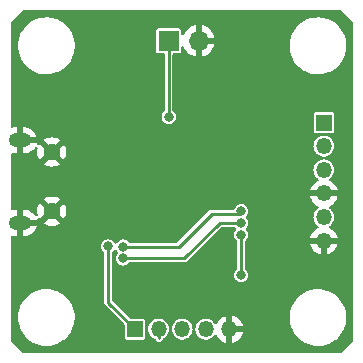
<source format=gbl>
G04 #@! TF.GenerationSoftware,KiCad,Pcbnew,(6.0.5)*
G04 #@! TF.CreationDate,2022-09-30T16:47:31-04:00*
G04 #@! TF.ProjectId,Pokeball_xs,506f6b65-6261-46c6-9c5f-78732e6b6963,rev?*
G04 #@! TF.SameCoordinates,Original*
G04 #@! TF.FileFunction,Copper,L2,Bot*
G04 #@! TF.FilePolarity,Positive*
%FSLAX46Y46*%
G04 Gerber Fmt 4.6, Leading zero omitted, Abs format (unit mm)*
G04 Created by KiCad (PCBNEW (6.0.5)) date 2022-09-30 16:47:31*
%MOMM*%
%LPD*%
G01*
G04 APERTURE LIST*
G04 #@! TA.AperFunction,ComponentPad*
%ADD10R,1.350000X1.350000*%
G04 #@! TD*
G04 #@! TA.AperFunction,ComponentPad*
%ADD11O,1.350000X1.350000*%
G04 #@! TD*
G04 #@! TA.AperFunction,ComponentPad*
%ADD12O,1.900000X1.200000*%
G04 #@! TD*
G04 #@! TA.AperFunction,ComponentPad*
%ADD13C,1.450000*%
G04 #@! TD*
G04 #@! TA.AperFunction,ComponentPad*
%ADD14R,1.700000X1.700000*%
G04 #@! TD*
G04 #@! TA.AperFunction,ComponentPad*
%ADD15O,1.700000X1.700000*%
G04 #@! TD*
G04 #@! TA.AperFunction,ViaPad*
%ADD16C,0.800000*%
G04 #@! TD*
G04 #@! TA.AperFunction,Conductor*
%ADD17C,0.250000*%
G04 #@! TD*
G04 APERTURE END LIST*
D10*
G04 #@! TO.P,J1,1,Pin_1*
G04 #@! TO.N,Vcc*
X136000000Y-106000000D03*
D11*
G04 #@! TO.P,J1,2,Pin_2*
G04 #@! TO.N,MCLR*
X138000000Y-106000000D03*
G04 #@! TO.P,J1,3,Pin_3*
G04 #@! TO.N,PGD*
X140000000Y-106000000D03*
G04 #@! TO.P,J1,4,Pin_4*
G04 #@! TO.N,PGC*
X142000000Y-106000000D03*
G04 #@! TO.P,J1,5,Pin_5*
G04 #@! TO.N,GND*
X144000000Y-106000000D03*
G04 #@! TD*
D10*
G04 #@! TO.P,J3,1,Pin_1*
G04 #@! TO.N,Net-(J3-Pad1)*
X152000000Y-88500000D03*
D11*
G04 #@! TO.P,J3,2,Pin_2*
G04 #@! TO.N,Net-(J3-Pad2)*
X152000000Y-90500000D03*
G04 #@! TO.P,J3,3,Pin_3*
G04 #@! TO.N,Net-(J3-Pad3)*
X152000000Y-92500000D03*
G04 #@! TO.P,J3,4,Pin_4*
G04 #@! TO.N,GND*
X152000000Y-94500000D03*
G04 #@! TO.P,J3,5,Pin_5*
G04 #@! TO.N,Net-(J3-Pad5)*
X152000000Y-96500000D03*
G04 #@! TO.P,J3,6,Pin_6*
G04 #@! TO.N,GND*
X152000000Y-98500000D03*
G04 #@! TD*
D12*
G04 #@! TO.P,J2,6,Shield*
G04 #@! TO.N,GND*
X126262500Y-97000000D03*
D13*
X128962500Y-96000000D03*
X128962500Y-91000000D03*
D12*
X126262500Y-90000000D03*
G04 #@! TD*
D14*
G04 #@! TO.P,J4,1,Pin_1*
G04 #@! TO.N,Net-(C6-Pad1)*
X138850000Y-81575000D03*
D15*
G04 #@! TO.P,J4,2,Pin_2*
G04 #@! TO.N,GND*
X141390000Y-81575000D03*
G04 #@! TD*
D16*
G04 #@! TO.N,Vcc*
X133737438Y-98986605D03*
G04 #@! TO.N,Net-(C6-Pad1)*
X138861063Y-88000000D03*
G04 #@! TO.N,PWM_1_RED*
X145000000Y-96000000D03*
X135000000Y-99000000D03*
G04 #@! TO.N,PWM_2_GREEN*
X145000000Y-97000000D03*
X135000000Y-100000000D03*
G04 #@! TO.N,PWM_3_BLUE*
X145002458Y-101413053D03*
X145000000Y-98000000D03*
G04 #@! TD*
D17*
G04 #@! TO.N,MCLR*
X138044000Y-106456000D02*
X138044000Y-106732500D01*
G04 #@! TO.N,Vcc*
X136000000Y-106000000D02*
X133737438Y-103737438D01*
X133737438Y-103737438D02*
X133737438Y-98986605D01*
G04 #@! TO.N,Net-(C6-Pad1)*
X138850000Y-87988937D02*
X138850000Y-81575000D01*
X138861063Y-88000000D02*
X138850000Y-87988937D01*
G04 #@! TO.N,PWM_1_RED*
X145000000Y-96000000D02*
X144800000Y-96200000D01*
X139700000Y-99000000D02*
X135000000Y-99000000D01*
X144800000Y-96200000D02*
X142500000Y-96200000D01*
X142500000Y-96200000D02*
X139700000Y-99000000D01*
G04 #@! TO.N,PWM_2_GREEN*
X144975500Y-96975500D02*
X143224500Y-96975500D01*
X143224500Y-96975500D02*
X140200000Y-100000000D01*
X140200000Y-100000000D02*
X135000000Y-100000000D01*
X145000000Y-97000000D02*
X144975500Y-96975500D01*
G04 #@! TO.N,PWM_3_BLUE*
X145000000Y-98000000D02*
X145000000Y-101410595D01*
X145000000Y-101410595D02*
X145002458Y-101413053D01*
G04 #@! TD*
G04 #@! TA.AperFunction,Conductor*
G04 #@! TO.N,GND*
G36*
X153515931Y-79020002D02*
G01*
X153536905Y-79036905D01*
X154463095Y-79963095D01*
X154497121Y-80025407D01*
X154500000Y-80052190D01*
X154500000Y-106947810D01*
X154479998Y-107015931D01*
X154463095Y-107036905D01*
X153536905Y-107963095D01*
X153474593Y-107997121D01*
X153447810Y-108000000D01*
X126552190Y-108000000D01*
X126484069Y-107979998D01*
X126463095Y-107963095D01*
X125536905Y-107036905D01*
X125502879Y-106974593D01*
X125500000Y-106947810D01*
X125500000Y-104899271D01*
X126096668Y-104899271D01*
X126096755Y-104903273D01*
X126096755Y-104903280D01*
X126102758Y-105178381D01*
X126103349Y-105205465D01*
X126148883Y-105508330D01*
X126232531Y-105802953D01*
X126352937Y-106084560D01*
X126508149Y-106348585D01*
X126695651Y-106590747D01*
X126698499Y-106593590D01*
X126870275Y-106765066D01*
X126912404Y-106807122D01*
X126915585Y-106809576D01*
X126915586Y-106809577D01*
X127151701Y-106991739D01*
X127151705Y-106991742D01*
X127154894Y-106994202D01*
X127158373Y-106996239D01*
X127404773Y-107140512D01*
X127419189Y-107148953D01*
X127422874Y-107150521D01*
X127422878Y-107150523D01*
X127435776Y-107156011D01*
X127701006Y-107268867D01*
X127995775Y-107352001D01*
X128216338Y-107384768D01*
X128295419Y-107396516D01*
X128295421Y-107396516D01*
X128298718Y-107397006D01*
X128302049Y-107397146D01*
X128302053Y-107397146D01*
X128338737Y-107398683D01*
X128382084Y-107400500D01*
X128577474Y-107400500D01*
X128700915Y-107392626D01*
X128801639Y-107386201D01*
X128801644Y-107386200D01*
X128805647Y-107385945D01*
X128809584Y-107385183D01*
X128809586Y-107385183D01*
X129102401Y-107328530D01*
X129102405Y-107328529D01*
X129106338Y-107327768D01*
X129397200Y-107231856D01*
X129673518Y-107099763D01*
X129930812Y-106933631D01*
X129999723Y-106875500D01*
X130161849Y-106738734D01*
X130164910Y-106736152D01*
X130320005Y-106567193D01*
X130369304Y-106513487D01*
X130369306Y-106513485D01*
X130372019Y-106510529D01*
X130548780Y-106260418D01*
X130680107Y-106012907D01*
X130690445Y-105993423D01*
X130690445Y-105993422D01*
X130692328Y-105989874D01*
X130708707Y-105946414D01*
X130798919Y-105707044D01*
X130798921Y-105707038D01*
X130800336Y-105703283D01*
X130832190Y-105569055D01*
X130870124Y-105409207D01*
X130870125Y-105409202D01*
X130871053Y-105405291D01*
X130903332Y-105100729D01*
X130903046Y-105087595D01*
X130896739Y-104798552D01*
X130896739Y-104798547D01*
X130896651Y-104794535D01*
X130851117Y-104491670D01*
X130767469Y-104197047D01*
X130647063Y-103915440D01*
X130491851Y-103651415D01*
X130304349Y-103409253D01*
X130087596Y-103192878D01*
X130084414Y-103190423D01*
X129848299Y-103008261D01*
X129848295Y-103008258D01*
X129845106Y-103005798D01*
X129668538Y-102902413D01*
X129584275Y-102853075D01*
X129584272Y-102853073D01*
X129580811Y-102851047D01*
X129577126Y-102849479D01*
X129577122Y-102849477D01*
X129390051Y-102769878D01*
X129298994Y-102731133D01*
X129004225Y-102647999D01*
X128774014Y-102613799D01*
X128704581Y-102603484D01*
X128704579Y-102603484D01*
X128701282Y-102602994D01*
X128697951Y-102602854D01*
X128697947Y-102602854D01*
X128661263Y-102601317D01*
X128617916Y-102599500D01*
X128422526Y-102599500D01*
X128299085Y-102607374D01*
X128198361Y-102613799D01*
X128198356Y-102613800D01*
X128194353Y-102614055D01*
X128190416Y-102614817D01*
X128190414Y-102614817D01*
X127897599Y-102671470D01*
X127897595Y-102671471D01*
X127893662Y-102672232D01*
X127602800Y-102768144D01*
X127326482Y-102900237D01*
X127069188Y-103066369D01*
X126835090Y-103263848D01*
X126627981Y-103489471D01*
X126451220Y-103739582D01*
X126307672Y-104010126D01*
X126306257Y-104013882D01*
X126306256Y-104013883D01*
X126235768Y-104200919D01*
X126199664Y-104296717D01*
X126198735Y-104300632D01*
X126154317Y-104487805D01*
X126128947Y-104594709D01*
X126096668Y-104899271D01*
X125500000Y-104899271D01*
X125500000Y-98986605D01*
X133131756Y-98986605D01*
X133152394Y-99143367D01*
X133212902Y-99289446D01*
X133309156Y-99414887D01*
X133315702Y-99419910D01*
X133362642Y-99455928D01*
X133404509Y-99513266D01*
X133411938Y-99555891D01*
X133411938Y-103717728D01*
X133411458Y-103728710D01*
X133408174Y-103766245D01*
X133411028Y-103776894D01*
X133417929Y-103802648D01*
X133420308Y-103813380D01*
X133426850Y-103850483D01*
X133432361Y-103860028D01*
X133433553Y-103863304D01*
X133435030Y-103866472D01*
X133437884Y-103877122D01*
X133444208Y-103886153D01*
X133459493Y-103907982D01*
X133465399Y-103917253D01*
X133478731Y-103940344D01*
X133484244Y-103949893D01*
X133492689Y-103956979D01*
X133513120Y-103974123D01*
X133521223Y-103981549D01*
X135087595Y-105547921D01*
X135121621Y-105610233D01*
X135124500Y-105637016D01*
X135124500Y-106694748D01*
X135136133Y-106753231D01*
X135180448Y-106819552D01*
X135246769Y-106863867D01*
X135258938Y-106866288D01*
X135258939Y-106866288D01*
X135293086Y-106873080D01*
X135305252Y-106875500D01*
X136694748Y-106875500D01*
X136706914Y-106873080D01*
X136741061Y-106866288D01*
X136741062Y-106866288D01*
X136753231Y-106863867D01*
X136819552Y-106819552D01*
X136863867Y-106753231D01*
X136875500Y-106694748D01*
X136875500Y-106081028D01*
X136895502Y-106012907D01*
X136907992Y-106002084D01*
X136907794Y-106001690D01*
X137094221Y-106001690D01*
X137122396Y-106045530D01*
X137126810Y-106067857D01*
X137128178Y-106080868D01*
X137138915Y-106183029D01*
X137195786Y-106358059D01*
X137287805Y-106517440D01*
X137292223Y-106522347D01*
X137292224Y-106522348D01*
X137406528Y-106649296D01*
X137410950Y-106654207D01*
X137416292Y-106658088D01*
X137416294Y-106658090D01*
X137530494Y-106741061D01*
X137559839Y-106762381D01*
X137565867Y-106765065D01*
X137565869Y-106765066D01*
X137691439Y-106820973D01*
X137745535Y-106866953D01*
X137749309Y-106873080D01*
X137784268Y-106933631D01*
X137790806Y-106944955D01*
X137799247Y-106952038D01*
X137799248Y-106952039D01*
X137870293Y-107011653D01*
X137878739Y-107018740D01*
X137986606Y-107058000D01*
X138101394Y-107058000D01*
X138111755Y-107054229D01*
X138198900Y-107022511D01*
X138198901Y-107022510D01*
X138209260Y-107018740D01*
X138297194Y-106944955D01*
X138354588Y-106845545D01*
X138355516Y-106840284D01*
X138395535Y-106785934D01*
X138420590Y-106771095D01*
X138434127Y-106765068D01*
X138434131Y-106765066D01*
X138440161Y-106762381D01*
X138469506Y-106741061D01*
X138583706Y-106658090D01*
X138583708Y-106658088D01*
X138589050Y-106654207D01*
X138593472Y-106649296D01*
X138707776Y-106522348D01*
X138707777Y-106522347D01*
X138712195Y-106517440D01*
X138804214Y-106358059D01*
X138861085Y-106183029D01*
X138871071Y-106088021D01*
X138874690Y-106053586D01*
X138896053Y-106001661D01*
X139102580Y-106001661D01*
X139123944Y-106044089D01*
X139125310Y-106053586D01*
X139128929Y-106088021D01*
X139138915Y-106183029D01*
X139195786Y-106358059D01*
X139287805Y-106517440D01*
X139292223Y-106522347D01*
X139292224Y-106522348D01*
X139406528Y-106649296D01*
X139410950Y-106654207D01*
X139416292Y-106658088D01*
X139416294Y-106658090D01*
X139530494Y-106741061D01*
X139559839Y-106762381D01*
X139565867Y-106765065D01*
X139565869Y-106765066D01*
X139721935Y-106834551D01*
X139727966Y-106837236D01*
X139811985Y-106855095D01*
X139901524Y-106874128D01*
X139901529Y-106874128D01*
X139907981Y-106875500D01*
X140092019Y-106875500D01*
X140098471Y-106874128D01*
X140098476Y-106874128D01*
X140188015Y-106855095D01*
X140272034Y-106837236D01*
X140278065Y-106834551D01*
X140434131Y-106765066D01*
X140434133Y-106765065D01*
X140440161Y-106762381D01*
X140469506Y-106741061D01*
X140583706Y-106658090D01*
X140583708Y-106658088D01*
X140589050Y-106654207D01*
X140593472Y-106649296D01*
X140707776Y-106522348D01*
X140707777Y-106522347D01*
X140712195Y-106517440D01*
X140804214Y-106358059D01*
X140861085Y-106183029D01*
X140871071Y-106088021D01*
X140874690Y-106053586D01*
X140896053Y-106001661D01*
X141102580Y-106001661D01*
X141123944Y-106044089D01*
X141125310Y-106053586D01*
X141128929Y-106088021D01*
X141138915Y-106183029D01*
X141195786Y-106358059D01*
X141287805Y-106517440D01*
X141292223Y-106522347D01*
X141292224Y-106522348D01*
X141406528Y-106649296D01*
X141410950Y-106654207D01*
X141416292Y-106658088D01*
X141416294Y-106658090D01*
X141530494Y-106741061D01*
X141559839Y-106762381D01*
X141565867Y-106765065D01*
X141565869Y-106765066D01*
X141721935Y-106834551D01*
X141727966Y-106837236D01*
X141811985Y-106855095D01*
X141901524Y-106874128D01*
X141901529Y-106874128D01*
X141907981Y-106875500D01*
X142092019Y-106875500D01*
X142098471Y-106874128D01*
X142098476Y-106874128D01*
X142188015Y-106855095D01*
X142272034Y-106837236D01*
X142278065Y-106834551D01*
X142434131Y-106765066D01*
X142434133Y-106765065D01*
X142440161Y-106762381D01*
X142469506Y-106741061D01*
X142583706Y-106658090D01*
X142583708Y-106658088D01*
X142589050Y-106654207D01*
X142593472Y-106649296D01*
X142707776Y-106522348D01*
X142707777Y-106522347D01*
X142712195Y-106517440D01*
X142715496Y-106511722D01*
X142719379Y-106506378D01*
X142720656Y-106507306D01*
X142766226Y-106463849D01*
X142835939Y-106450409D01*
X142901852Y-106476791D01*
X142938396Y-106523087D01*
X142968687Y-106588793D01*
X142974436Y-106598750D01*
X143093254Y-106766873D01*
X143100720Y-106775615D01*
X143248191Y-106919275D01*
X143257124Y-106926509D01*
X143428299Y-107040884D01*
X143438409Y-107046374D01*
X143627566Y-107127642D01*
X143638499Y-107131194D01*
X143728332Y-107151521D01*
X143742405Y-107150632D01*
X143746000Y-107141233D01*
X143746000Y-107140512D01*
X144254000Y-107140512D01*
X144257966Y-107154018D01*
X144271883Y-107156011D01*
X144282817Y-107153386D01*
X144477763Y-107087210D01*
X144488272Y-107082531D01*
X144667882Y-106981944D01*
X144677375Y-106975420D01*
X144835653Y-106843782D01*
X144843782Y-106835653D01*
X144975420Y-106677375D01*
X144981944Y-106667882D01*
X145082531Y-106488272D01*
X145087210Y-106477763D01*
X145153386Y-106282817D01*
X145156017Y-106271857D01*
X145154040Y-106257992D01*
X145140474Y-106254000D01*
X144272115Y-106254000D01*
X144256876Y-106258475D01*
X144255671Y-106259865D01*
X144254000Y-106267548D01*
X144254000Y-107140512D01*
X143746000Y-107140512D01*
X143746000Y-105727885D01*
X144254000Y-105727885D01*
X144258475Y-105743124D01*
X144259865Y-105744329D01*
X144267548Y-105746000D01*
X145139485Y-105746000D01*
X145153016Y-105742027D01*
X145154185Y-105733892D01*
X145110725Y-105579794D01*
X145106603Y-105569055D01*
X145015549Y-105384417D01*
X145009538Y-105374608D01*
X144886360Y-105209651D01*
X144878671Y-105201111D01*
X144727490Y-105061361D01*
X144718365Y-105054360D01*
X144544255Y-104944505D01*
X144534008Y-104939284D01*
X144433715Y-104899271D01*
X149096668Y-104899271D01*
X149096755Y-104903273D01*
X149096755Y-104903280D01*
X149102758Y-105178381D01*
X149103349Y-105205465D01*
X149148883Y-105508330D01*
X149232531Y-105802953D01*
X149352937Y-106084560D01*
X149508149Y-106348585D01*
X149695651Y-106590747D01*
X149698499Y-106593590D01*
X149870275Y-106765066D01*
X149912404Y-106807122D01*
X149915585Y-106809576D01*
X149915586Y-106809577D01*
X150151701Y-106991739D01*
X150151705Y-106991742D01*
X150154894Y-106994202D01*
X150158373Y-106996239D01*
X150404773Y-107140512D01*
X150419189Y-107148953D01*
X150422874Y-107150521D01*
X150422878Y-107150523D01*
X150435776Y-107156011D01*
X150701006Y-107268867D01*
X150995775Y-107352001D01*
X151216338Y-107384768D01*
X151295419Y-107396516D01*
X151295421Y-107396516D01*
X151298718Y-107397006D01*
X151302049Y-107397146D01*
X151302053Y-107397146D01*
X151338737Y-107398683D01*
X151382084Y-107400500D01*
X151577474Y-107400500D01*
X151700915Y-107392626D01*
X151801639Y-107386201D01*
X151801644Y-107386200D01*
X151805647Y-107385945D01*
X151809584Y-107385183D01*
X151809586Y-107385183D01*
X152102401Y-107328530D01*
X152102405Y-107328529D01*
X152106338Y-107327768D01*
X152397200Y-107231856D01*
X152673518Y-107099763D01*
X152930812Y-106933631D01*
X152999723Y-106875500D01*
X153161849Y-106738734D01*
X153164910Y-106736152D01*
X153320005Y-106567193D01*
X153369304Y-106513487D01*
X153369306Y-106513485D01*
X153372019Y-106510529D01*
X153548780Y-106260418D01*
X153680107Y-106012907D01*
X153690445Y-105993423D01*
X153690445Y-105993422D01*
X153692328Y-105989874D01*
X153708707Y-105946414D01*
X153798919Y-105707044D01*
X153798921Y-105707038D01*
X153800336Y-105703283D01*
X153832190Y-105569055D01*
X153870124Y-105409207D01*
X153870125Y-105409202D01*
X153871053Y-105405291D01*
X153903332Y-105100729D01*
X153903046Y-105087595D01*
X153896739Y-104798552D01*
X153896739Y-104798547D01*
X153896651Y-104794535D01*
X153851117Y-104491670D01*
X153767469Y-104197047D01*
X153647063Y-103915440D01*
X153491851Y-103651415D01*
X153304349Y-103409253D01*
X153087596Y-103192878D01*
X153084414Y-103190423D01*
X152848299Y-103008261D01*
X152848295Y-103008258D01*
X152845106Y-103005798D01*
X152668538Y-102902413D01*
X152584275Y-102853075D01*
X152584272Y-102853073D01*
X152580811Y-102851047D01*
X152577126Y-102849479D01*
X152577122Y-102849477D01*
X152390051Y-102769878D01*
X152298994Y-102731133D01*
X152004225Y-102647999D01*
X151774014Y-102613799D01*
X151704581Y-102603484D01*
X151704579Y-102603484D01*
X151701282Y-102602994D01*
X151697951Y-102602854D01*
X151697947Y-102602854D01*
X151661263Y-102601317D01*
X151617916Y-102599500D01*
X151422526Y-102599500D01*
X151299085Y-102607374D01*
X151198361Y-102613799D01*
X151198356Y-102613800D01*
X151194353Y-102614055D01*
X151190416Y-102614817D01*
X151190414Y-102614817D01*
X150897599Y-102671470D01*
X150897595Y-102671471D01*
X150893662Y-102672232D01*
X150602800Y-102768144D01*
X150326482Y-102900237D01*
X150069188Y-103066369D01*
X149835090Y-103263848D01*
X149627981Y-103489471D01*
X149451220Y-103739582D01*
X149307672Y-104010126D01*
X149306257Y-104013882D01*
X149306256Y-104013883D01*
X149235768Y-104200919D01*
X149199664Y-104296717D01*
X149198735Y-104300632D01*
X149154317Y-104487805D01*
X149128947Y-104594709D01*
X149096668Y-104899271D01*
X144433715Y-104899271D01*
X144342793Y-104862997D01*
X144331767Y-104859730D01*
X144271770Y-104847797D01*
X144258894Y-104848949D01*
X144254000Y-104864102D01*
X144254000Y-105727885D01*
X143746000Y-105727885D01*
X143746000Y-104861337D01*
X143742194Y-104848375D01*
X143727278Y-104846439D01*
X143698202Y-104851435D01*
X143687082Y-104854415D01*
X143493940Y-104925669D01*
X143483562Y-104930619D01*
X143306639Y-105035877D01*
X143297327Y-105042643D01*
X143142547Y-105178381D01*
X143134630Y-105186724D01*
X143007180Y-105348394D01*
X143000912Y-105358046D01*
X142935364Y-105482631D01*
X142885944Y-105533603D01*
X142816812Y-105549766D01*
X142749916Y-105525987D01*
X142720201Y-105493025D01*
X142719379Y-105493622D01*
X142715496Y-105488278D01*
X142712195Y-105482560D01*
X142589050Y-105345793D01*
X142583708Y-105341912D01*
X142583706Y-105341910D01*
X142445503Y-105241500D01*
X142445502Y-105241499D01*
X142440161Y-105237619D01*
X142434133Y-105234935D01*
X142434131Y-105234934D01*
X142278065Y-105165449D01*
X142278064Y-105165449D01*
X142272034Y-105162764D01*
X142179176Y-105143026D01*
X142098476Y-105125872D01*
X142098471Y-105125872D01*
X142092019Y-105124500D01*
X141907981Y-105124500D01*
X141901529Y-105125872D01*
X141901524Y-105125872D01*
X141820824Y-105143026D01*
X141727966Y-105162764D01*
X141721936Y-105165449D01*
X141721935Y-105165449D01*
X141565869Y-105234934D01*
X141565867Y-105234935D01*
X141559839Y-105237619D01*
X141554498Y-105241499D01*
X141554497Y-105241500D01*
X141416294Y-105341910D01*
X141416292Y-105341912D01*
X141410950Y-105345793D01*
X141287805Y-105482560D01*
X141195786Y-105641941D01*
X141138915Y-105816971D01*
X141138225Y-105823535D01*
X141138225Y-105823536D01*
X141125310Y-105946414D01*
X141102580Y-106001661D01*
X140896053Y-106001661D01*
X140897420Y-105998339D01*
X140876056Y-105955911D01*
X140874690Y-105946414D01*
X140861775Y-105823536D01*
X140861775Y-105823535D01*
X140861085Y-105816971D01*
X140804214Y-105641941D01*
X140712195Y-105482560D01*
X140589050Y-105345793D01*
X140583708Y-105341912D01*
X140583706Y-105341910D01*
X140445503Y-105241500D01*
X140445502Y-105241499D01*
X140440161Y-105237619D01*
X140434133Y-105234935D01*
X140434131Y-105234934D01*
X140278065Y-105165449D01*
X140278064Y-105165449D01*
X140272034Y-105162764D01*
X140179176Y-105143026D01*
X140098476Y-105125872D01*
X140098471Y-105125872D01*
X140092019Y-105124500D01*
X139907981Y-105124500D01*
X139901529Y-105125872D01*
X139901524Y-105125872D01*
X139820824Y-105143026D01*
X139727966Y-105162764D01*
X139721936Y-105165449D01*
X139721935Y-105165449D01*
X139565869Y-105234934D01*
X139565867Y-105234935D01*
X139559839Y-105237619D01*
X139554498Y-105241499D01*
X139554497Y-105241500D01*
X139416294Y-105341910D01*
X139416292Y-105341912D01*
X139410950Y-105345793D01*
X139287805Y-105482560D01*
X139195786Y-105641941D01*
X139138915Y-105816971D01*
X139138225Y-105823535D01*
X139138225Y-105823536D01*
X139125310Y-105946414D01*
X139102580Y-106001661D01*
X138896053Y-106001661D01*
X138897420Y-105998339D01*
X138876056Y-105955911D01*
X138874690Y-105946414D01*
X138861775Y-105823536D01*
X138861775Y-105823535D01*
X138861085Y-105816971D01*
X138804214Y-105641941D01*
X138712195Y-105482560D01*
X138589050Y-105345793D01*
X138583708Y-105341912D01*
X138583706Y-105341910D01*
X138445503Y-105241500D01*
X138445502Y-105241499D01*
X138440161Y-105237619D01*
X138434133Y-105234935D01*
X138434131Y-105234934D01*
X138278065Y-105165449D01*
X138278064Y-105165449D01*
X138272034Y-105162764D01*
X138179176Y-105143026D01*
X138098476Y-105125872D01*
X138098471Y-105125872D01*
X138092019Y-105124500D01*
X137907981Y-105124500D01*
X137901529Y-105125872D01*
X137901524Y-105125872D01*
X137820824Y-105143026D01*
X137727966Y-105162764D01*
X137721936Y-105165449D01*
X137721935Y-105165449D01*
X137565869Y-105234934D01*
X137565867Y-105234935D01*
X137559839Y-105237619D01*
X137554498Y-105241499D01*
X137554497Y-105241500D01*
X137416294Y-105341910D01*
X137416292Y-105341912D01*
X137410950Y-105345793D01*
X137287805Y-105482560D01*
X137195786Y-105641941D01*
X137138915Y-105816971D01*
X137138225Y-105823534D01*
X137138225Y-105823535D01*
X137126810Y-105932143D01*
X137099797Y-105997799D01*
X137094221Y-106001690D01*
X136907794Y-106001690D01*
X136877556Y-105941639D01*
X136875500Y-105918972D01*
X136875500Y-105305252D01*
X136863867Y-105246769D01*
X136819552Y-105180448D01*
X136753231Y-105136133D01*
X136741062Y-105133712D01*
X136741061Y-105133712D01*
X136700816Y-105125707D01*
X136694748Y-105124500D01*
X135637016Y-105124500D01*
X135568895Y-105104498D01*
X135547921Y-105087595D01*
X134099843Y-103639517D01*
X134065817Y-103577205D01*
X134062938Y-103550422D01*
X134062938Y-99555891D01*
X134082940Y-99487770D01*
X134112234Y-99455928D01*
X134159174Y-99419910D01*
X134165720Y-99414887D01*
X134261974Y-99289446D01*
X134263547Y-99290653D01*
X134307105Y-99249112D01*
X134376818Y-99235669D01*
X134442731Y-99262050D01*
X134473069Y-99297059D01*
X134475464Y-99302841D01*
X134506879Y-99343782D01*
X134567892Y-99423296D01*
X134593492Y-99489517D01*
X134579227Y-99559065D01*
X134567893Y-99576703D01*
X134475464Y-99697159D01*
X134414956Y-99843238D01*
X134394318Y-100000000D01*
X134414956Y-100156762D01*
X134475464Y-100302841D01*
X134571718Y-100428282D01*
X134697159Y-100524536D01*
X134843238Y-100585044D01*
X135000000Y-100605682D01*
X135008188Y-100604604D01*
X135148574Y-100586122D01*
X135156762Y-100585044D01*
X135302841Y-100524536D01*
X135428282Y-100428282D01*
X135469323Y-100374796D01*
X135526661Y-100332929D01*
X135569286Y-100325500D01*
X140180290Y-100325500D01*
X140191272Y-100325980D01*
X140217820Y-100328303D01*
X140217822Y-100328303D01*
X140228807Y-100329264D01*
X140265215Y-100319508D01*
X140275942Y-100317130D01*
X140279301Y-100316538D01*
X140313045Y-100310588D01*
X140322590Y-100305077D01*
X140325866Y-100303885D01*
X140329034Y-100302408D01*
X140339684Y-100299554D01*
X140370544Y-100277945D01*
X140379815Y-100272039D01*
X140402906Y-100258707D01*
X140412455Y-100253194D01*
X140436685Y-100224317D01*
X140444111Y-100216215D01*
X143322421Y-97337905D01*
X143384733Y-97303879D01*
X143411516Y-97301000D01*
X144411914Y-97301000D01*
X144480035Y-97321002D01*
X144511876Y-97350296D01*
X144567891Y-97423296D01*
X144593492Y-97489516D01*
X144579227Y-97559065D01*
X144567892Y-97576704D01*
X144475464Y-97697159D01*
X144414956Y-97843238D01*
X144394318Y-98000000D01*
X144414956Y-98156762D01*
X144475464Y-98302841D01*
X144571718Y-98428282D01*
X144578264Y-98433305D01*
X144625204Y-98469323D01*
X144667071Y-98526661D01*
X144674500Y-98569286D01*
X144674500Y-100845653D01*
X144654498Y-100913774D01*
X144625204Y-100945616D01*
X144574176Y-100984771D01*
X144477922Y-101110212D01*
X144417414Y-101256291D01*
X144396776Y-101413053D01*
X144417414Y-101569815D01*
X144477922Y-101715894D01*
X144574176Y-101841335D01*
X144699617Y-101937589D01*
X144845696Y-101998097D01*
X145002458Y-102018735D01*
X145010646Y-102017657D01*
X145151032Y-101999175D01*
X145159220Y-101998097D01*
X145305299Y-101937589D01*
X145430740Y-101841335D01*
X145526994Y-101715894D01*
X145587502Y-101569815D01*
X145608140Y-101413053D01*
X145587502Y-101256291D01*
X145526994Y-101110212D01*
X145430740Y-100984771D01*
X145374796Y-100941844D01*
X145332929Y-100884506D01*
X145325500Y-100841881D01*
X145325500Y-98766962D01*
X150847158Y-98766962D01*
X150878656Y-98890985D01*
X150882497Y-98901832D01*
X150968685Y-99088789D01*
X150974436Y-99098750D01*
X151093254Y-99266873D01*
X151100720Y-99275615D01*
X151248191Y-99419275D01*
X151257124Y-99426509D01*
X151428299Y-99540884D01*
X151438409Y-99546374D01*
X151627566Y-99627642D01*
X151638499Y-99631194D01*
X151728332Y-99651521D01*
X151742405Y-99650632D01*
X151746000Y-99641233D01*
X151746000Y-99640512D01*
X152254000Y-99640512D01*
X152257966Y-99654018D01*
X152271883Y-99656011D01*
X152282817Y-99653386D01*
X152477763Y-99587210D01*
X152488272Y-99582531D01*
X152667882Y-99481944D01*
X152677375Y-99475420D01*
X152835653Y-99343782D01*
X152843782Y-99335653D01*
X152975420Y-99177375D01*
X152981944Y-99167882D01*
X153082531Y-98988272D01*
X153087210Y-98977763D01*
X153153386Y-98782817D01*
X153156017Y-98771857D01*
X153154040Y-98757992D01*
X153140474Y-98754000D01*
X152272115Y-98754000D01*
X152256876Y-98758475D01*
X152255671Y-98759865D01*
X152254000Y-98767548D01*
X152254000Y-99640512D01*
X151746000Y-99640512D01*
X151746000Y-98772115D01*
X151741525Y-98756876D01*
X151740135Y-98755671D01*
X151732452Y-98754000D01*
X150861981Y-98754000D01*
X150848450Y-98757973D01*
X150847158Y-98766962D01*
X145325500Y-98766962D01*
X145325500Y-98569286D01*
X145345502Y-98501165D01*
X145374796Y-98469323D01*
X145421736Y-98433305D01*
X145428282Y-98428282D01*
X145524536Y-98302841D01*
X145549406Y-98242799D01*
X150845218Y-98242799D01*
X150851950Y-98246000D01*
X153139485Y-98246000D01*
X153153016Y-98242027D01*
X153154185Y-98233892D01*
X153110725Y-98079794D01*
X153106603Y-98069055D01*
X153015549Y-97884417D01*
X153009538Y-97874608D01*
X152886360Y-97709651D01*
X152878671Y-97701111D01*
X152727490Y-97561361D01*
X152718365Y-97554360D01*
X152544255Y-97444505D01*
X152534005Y-97439283D01*
X152528467Y-97437073D01*
X152472609Y-97393252D01*
X152449309Y-97326188D01*
X152465966Y-97257173D01*
X152501098Y-97218108D01*
X152583706Y-97158090D01*
X152583708Y-97158088D01*
X152589050Y-97154207D01*
X152712195Y-97017440D01*
X152804214Y-96858059D01*
X152841915Y-96742027D01*
X152859045Y-96689308D01*
X152859045Y-96689306D01*
X152861085Y-96683029D01*
X152861830Y-96675946D01*
X152879632Y-96506565D01*
X152880322Y-96500000D01*
X152872890Y-96429292D01*
X152861775Y-96323535D01*
X152861775Y-96323534D01*
X152861085Y-96316971D01*
X152858623Y-96309392D01*
X152806256Y-96148226D01*
X152804214Y-96141941D01*
X152712195Y-95982560D01*
X152645720Y-95908731D01*
X152593472Y-95850704D01*
X152593471Y-95850703D01*
X152589050Y-95845793D01*
X152513020Y-95790554D01*
X152499799Y-95780948D01*
X152456445Y-95724725D01*
X152450370Y-95653989D01*
X152483502Y-95591198D01*
X152512294Y-95569078D01*
X152667882Y-95481944D01*
X152677375Y-95475420D01*
X152835653Y-95343782D01*
X152843782Y-95335653D01*
X152975420Y-95177375D01*
X152981944Y-95167882D01*
X153082531Y-94988272D01*
X153087210Y-94977763D01*
X153153386Y-94782817D01*
X153156017Y-94771857D01*
X153154040Y-94757992D01*
X153140474Y-94754000D01*
X150861981Y-94754000D01*
X150848450Y-94757973D01*
X150847158Y-94766962D01*
X150878656Y-94890985D01*
X150882497Y-94901832D01*
X150968685Y-95088789D01*
X150974436Y-95098750D01*
X151093254Y-95266873D01*
X151100720Y-95275615D01*
X151248191Y-95419275D01*
X151257124Y-95426509D01*
X151428299Y-95540884D01*
X151438414Y-95546377D01*
X151476547Y-95562760D01*
X151531239Y-95608028D01*
X151552776Y-95675679D01*
X151534318Y-95744235D01*
X151500869Y-95780463D01*
X151416294Y-95841910D01*
X151416292Y-95841912D01*
X151410950Y-95845793D01*
X151406529Y-95850703D01*
X151406528Y-95850704D01*
X151354281Y-95908731D01*
X151287805Y-95982560D01*
X151195786Y-96141941D01*
X151193744Y-96148226D01*
X151141378Y-96309392D01*
X151138915Y-96316971D01*
X151138225Y-96323534D01*
X151138225Y-96323535D01*
X151127110Y-96429292D01*
X151119678Y-96500000D01*
X151120368Y-96506565D01*
X151138171Y-96675946D01*
X151138915Y-96683029D01*
X151140955Y-96689306D01*
X151140955Y-96689308D01*
X151158085Y-96742027D01*
X151195786Y-96858059D01*
X151287805Y-97017440D01*
X151410950Y-97154207D01*
X151416292Y-97158088D01*
X151416294Y-97158090D01*
X151498068Y-97217502D01*
X151541422Y-97273724D01*
X151547497Y-97344460D01*
X151514366Y-97407252D01*
X151488430Y-97427723D01*
X151306639Y-97535877D01*
X151297327Y-97542643D01*
X151142547Y-97678381D01*
X151134630Y-97686724D01*
X151007180Y-97848394D01*
X151000909Y-97858050D01*
X150905060Y-98040229D01*
X150900655Y-98050863D01*
X150845436Y-98228700D01*
X150845218Y-98242799D01*
X145549406Y-98242799D01*
X145585044Y-98156762D01*
X145605682Y-98000000D01*
X145585044Y-97843238D01*
X145524536Y-97697159D01*
X145432108Y-97576704D01*
X145406508Y-97510483D01*
X145420773Y-97440935D01*
X145432108Y-97423296D01*
X145468783Y-97375500D01*
X145524536Y-97302841D01*
X145585044Y-97156762D01*
X145605682Y-97000000D01*
X145585044Y-96843238D01*
X145524536Y-96697159D01*
X145432108Y-96576704D01*
X145406508Y-96510483D01*
X145420773Y-96440935D01*
X145432108Y-96423296D01*
X145508657Y-96323535D01*
X145524536Y-96302841D01*
X145585044Y-96156762D01*
X145605682Y-96000000D01*
X145585044Y-95843238D01*
X145524536Y-95697159D01*
X145456059Y-95607918D01*
X145433305Y-95578264D01*
X145428282Y-95571718D01*
X145302841Y-95475464D01*
X145156762Y-95414956D01*
X145000000Y-95394318D01*
X144843238Y-95414956D01*
X144697159Y-95475464D01*
X144571718Y-95571718D01*
X144566695Y-95578264D01*
X144543941Y-95607918D01*
X144475464Y-95697159D01*
X144447590Y-95764452D01*
X144434225Y-95796718D01*
X144389676Y-95851999D01*
X144317816Y-95874500D01*
X142519710Y-95874500D01*
X142508728Y-95874020D01*
X142482180Y-95871697D01*
X142482178Y-95871697D01*
X142471193Y-95870736D01*
X142434785Y-95880492D01*
X142424058Y-95882870D01*
X142420699Y-95883462D01*
X142386955Y-95889412D01*
X142377410Y-95894923D01*
X142374134Y-95896115D01*
X142370966Y-95897592D01*
X142360316Y-95900446D01*
X142351285Y-95906770D01*
X142329456Y-95922055D01*
X142320185Y-95927961D01*
X142307926Y-95935039D01*
X142287545Y-95946806D01*
X142280459Y-95955251D01*
X142263315Y-95975682D01*
X142255889Y-95983785D01*
X139602079Y-98637595D01*
X139539767Y-98671621D01*
X139512984Y-98674500D01*
X135569286Y-98674500D01*
X135501165Y-98654498D01*
X135469323Y-98625204D01*
X135433305Y-98578264D01*
X135428282Y-98571718D01*
X135302841Y-98475464D01*
X135156762Y-98414956D01*
X135000000Y-98394318D01*
X134843238Y-98414956D01*
X134697159Y-98475464D01*
X134571718Y-98571718D01*
X134475464Y-98697159D01*
X134473891Y-98695952D01*
X134430333Y-98737493D01*
X134360620Y-98750936D01*
X134294707Y-98724555D01*
X134264369Y-98689546D01*
X134261974Y-98683764D01*
X134165720Y-98558323D01*
X134040279Y-98462069D01*
X133894200Y-98401561D01*
X133737438Y-98380923D01*
X133580676Y-98401561D01*
X133434597Y-98462069D01*
X133309156Y-98558323D01*
X133212902Y-98683764D01*
X133152394Y-98829843D01*
X133151316Y-98838031D01*
X133144345Y-98890985D01*
X133131756Y-98986605D01*
X125500000Y-98986605D01*
X125500000Y-98201370D01*
X125520002Y-98133249D01*
X125573658Y-98086756D01*
X125650149Y-98077706D01*
X125799425Y-98106857D01*
X125808291Y-98107934D01*
X125811000Y-98108000D01*
X125990385Y-98108000D01*
X126005624Y-98103525D01*
X126006829Y-98102135D01*
X126008500Y-98094452D01*
X126008500Y-98089885D01*
X126516500Y-98089885D01*
X126520975Y-98105124D01*
X126522365Y-98106329D01*
X126530048Y-98108000D01*
X126662332Y-98108000D01*
X126668308Y-98107715D01*
X126816994Y-98093529D01*
X126828728Y-98091270D01*
X127020099Y-98035128D01*
X127031175Y-98030698D01*
X127208478Y-97939381D01*
X127218524Y-97932931D01*
X127375357Y-97809738D01*
X127384006Y-97801501D01*
X127514712Y-97650877D01*
X127521647Y-97641153D01*
X127621510Y-97468533D01*
X127626484Y-97457669D01*
X127691907Y-97269273D01*
X127692148Y-97268284D01*
X127690680Y-97257992D01*
X127677115Y-97254000D01*
X126534615Y-97254000D01*
X126519376Y-97258475D01*
X126518171Y-97259865D01*
X126516500Y-97267548D01*
X126516500Y-98089885D01*
X126008500Y-98089885D01*
X126008500Y-97032211D01*
X128294844Y-97032211D01*
X128304140Y-97044226D01*
X128339137Y-97068731D01*
X128348632Y-97074214D01*
X128534196Y-97160744D01*
X128544488Y-97164490D01*
X128742259Y-97217482D01*
X128753054Y-97219385D01*
X128957025Y-97237231D01*
X128967975Y-97237231D01*
X129171946Y-97219385D01*
X129182741Y-97217482D01*
X129380512Y-97164490D01*
X129390804Y-97160744D01*
X129576368Y-97074214D01*
X129585863Y-97068731D01*
X129621697Y-97043640D01*
X129630073Y-97033161D01*
X129623005Y-97019715D01*
X128975312Y-96372022D01*
X128961368Y-96364408D01*
X128959535Y-96364539D01*
X128952920Y-96368790D01*
X128301274Y-97020436D01*
X128294844Y-97032211D01*
X126008500Y-97032211D01*
X126008500Y-96727885D01*
X126516500Y-96727885D01*
X126520975Y-96743124D01*
X126522365Y-96744329D01*
X126530048Y-96746000D01*
X127672902Y-96746000D01*
X127686432Y-96742027D01*
X127690596Y-96713062D01*
X127720089Y-96648481D01*
X127779815Y-96610097D01*
X127850812Y-96610097D01*
X127910538Y-96648480D01*
X127918525Y-96658720D01*
X127918858Y-96659195D01*
X127929339Y-96667573D01*
X127942785Y-96660505D01*
X128590478Y-96012812D01*
X128596856Y-96001132D01*
X129326908Y-96001132D01*
X129327039Y-96002965D01*
X129331290Y-96009580D01*
X129982936Y-96661226D01*
X129994711Y-96667656D01*
X130006726Y-96658360D01*
X130031231Y-96623363D01*
X130036714Y-96613868D01*
X130123244Y-96428304D01*
X130126990Y-96418012D01*
X130179982Y-96220241D01*
X130181885Y-96209446D01*
X130199731Y-96005475D01*
X130199731Y-95994525D01*
X130181885Y-95790554D01*
X130179982Y-95779759D01*
X130126990Y-95581988D01*
X130123244Y-95571696D01*
X130036714Y-95386132D01*
X130031231Y-95376637D01*
X130006140Y-95340803D01*
X129995661Y-95332427D01*
X129982215Y-95339495D01*
X129334522Y-95987188D01*
X129326908Y-96001132D01*
X128596856Y-96001132D01*
X128598092Y-95998868D01*
X128597961Y-95997035D01*
X128593710Y-95990420D01*
X127942064Y-95338774D01*
X127930289Y-95332344D01*
X127918274Y-95341640D01*
X127893769Y-95376637D01*
X127888286Y-95386132D01*
X127801756Y-95571696D01*
X127798010Y-95581988D01*
X127745018Y-95779759D01*
X127743115Y-95790554D01*
X127725269Y-95994525D01*
X127725269Y-96005475D01*
X127743115Y-96209446D01*
X127745018Y-96220238D01*
X127761927Y-96283344D01*
X127760237Y-96354321D01*
X127720443Y-96413117D01*
X127655179Y-96441065D01*
X127585165Y-96429292D01*
X127537451Y-96388856D01*
X127458538Y-96277610D01*
X127450739Y-96268575D01*
X127306669Y-96130658D01*
X127297304Y-96123262D01*
X127129759Y-96015079D01*
X127119155Y-96009583D01*
X126934188Y-95935039D01*
X126922730Y-95931645D01*
X126725572Y-95893143D01*
X126716709Y-95892066D01*
X126714000Y-95892000D01*
X126534615Y-95892000D01*
X126519376Y-95896475D01*
X126518171Y-95897865D01*
X126516500Y-95905548D01*
X126516500Y-96727885D01*
X126008500Y-96727885D01*
X126008500Y-95910115D01*
X126004025Y-95894876D01*
X126002635Y-95893671D01*
X125994952Y-95892000D01*
X125862668Y-95892000D01*
X125856692Y-95892285D01*
X125708003Y-95906471D01*
X125696265Y-95908731D01*
X125661470Y-95918939D01*
X125590474Y-95918923D01*
X125530756Y-95880525D01*
X125501278Y-95815938D01*
X125500000Y-95798035D01*
X125500000Y-94966839D01*
X128294927Y-94966839D01*
X128301995Y-94980285D01*
X128949688Y-95627978D01*
X128963632Y-95635592D01*
X128965465Y-95635461D01*
X128972080Y-95631210D01*
X129623726Y-94979564D01*
X129630156Y-94967789D01*
X129620860Y-94955774D01*
X129585863Y-94931269D01*
X129576368Y-94925786D01*
X129390804Y-94839256D01*
X129380512Y-94835510D01*
X129182741Y-94782518D01*
X129171946Y-94780615D01*
X128967975Y-94762769D01*
X128957025Y-94762769D01*
X128753054Y-94780615D01*
X128742259Y-94782518D01*
X128544488Y-94835510D01*
X128534196Y-94839256D01*
X128348632Y-94925786D01*
X128339137Y-94931269D01*
X128303303Y-94956360D01*
X128294927Y-94966839D01*
X125500000Y-94966839D01*
X125500000Y-94242799D01*
X150845218Y-94242799D01*
X150851950Y-94246000D01*
X153139485Y-94246000D01*
X153153016Y-94242027D01*
X153154185Y-94233892D01*
X153110725Y-94079794D01*
X153106603Y-94069055D01*
X153015549Y-93884417D01*
X153009538Y-93874608D01*
X152886360Y-93709651D01*
X152878671Y-93701111D01*
X152727490Y-93561361D01*
X152718365Y-93554360D01*
X152544255Y-93444505D01*
X152534005Y-93439283D01*
X152528467Y-93437073D01*
X152472609Y-93393252D01*
X152449309Y-93326188D01*
X152465966Y-93257173D01*
X152501098Y-93218108D01*
X152583706Y-93158090D01*
X152583708Y-93158088D01*
X152589050Y-93154207D01*
X152712195Y-93017440D01*
X152804214Y-92858059D01*
X152861085Y-92683029D01*
X152880322Y-92500000D01*
X152861085Y-92316971D01*
X152804214Y-92141941D01*
X152712195Y-91982560D01*
X152589050Y-91845793D01*
X152583708Y-91841912D01*
X152583706Y-91841910D01*
X152445503Y-91741500D01*
X152445502Y-91741499D01*
X152440161Y-91737619D01*
X152434133Y-91734935D01*
X152434131Y-91734934D01*
X152278065Y-91665449D01*
X152278064Y-91665449D01*
X152272034Y-91662764D01*
X152182026Y-91643632D01*
X152098476Y-91625872D01*
X152098471Y-91625872D01*
X152092019Y-91624500D01*
X152091155Y-91624500D01*
X152027467Y-91598298D01*
X151999622Y-91558398D01*
X151979786Y-91592013D01*
X151916375Y-91623944D01*
X151912509Y-91624500D01*
X151907981Y-91624500D01*
X151901529Y-91625872D01*
X151901524Y-91625872D01*
X151817974Y-91643632D01*
X151727966Y-91662764D01*
X151721936Y-91665449D01*
X151721935Y-91665449D01*
X151565869Y-91734934D01*
X151565867Y-91734935D01*
X151559839Y-91737619D01*
X151554498Y-91741499D01*
X151554497Y-91741500D01*
X151416294Y-91841910D01*
X151416292Y-91841912D01*
X151410950Y-91845793D01*
X151287805Y-91982560D01*
X151195786Y-92141941D01*
X151138915Y-92316971D01*
X151119678Y-92500000D01*
X151138915Y-92683029D01*
X151195786Y-92858059D01*
X151287805Y-93017440D01*
X151410950Y-93154207D01*
X151416292Y-93158088D01*
X151416294Y-93158090D01*
X151498068Y-93217502D01*
X151541422Y-93273724D01*
X151547497Y-93344460D01*
X151514366Y-93407252D01*
X151488430Y-93427723D01*
X151306639Y-93535877D01*
X151297327Y-93542643D01*
X151142547Y-93678381D01*
X151134630Y-93686724D01*
X151007180Y-93848394D01*
X151000909Y-93858050D01*
X150905060Y-94040229D01*
X150900655Y-94050863D01*
X150845436Y-94228700D01*
X150845218Y-94242799D01*
X125500000Y-94242799D01*
X125500000Y-92032211D01*
X128294844Y-92032211D01*
X128304140Y-92044226D01*
X128339137Y-92068731D01*
X128348632Y-92074214D01*
X128534196Y-92160744D01*
X128544488Y-92164490D01*
X128742259Y-92217482D01*
X128753054Y-92219385D01*
X128957025Y-92237231D01*
X128967975Y-92237231D01*
X129171946Y-92219385D01*
X129182741Y-92217482D01*
X129380512Y-92164490D01*
X129390804Y-92160744D01*
X129576368Y-92074214D01*
X129585863Y-92068731D01*
X129621697Y-92043640D01*
X129630073Y-92033161D01*
X129623005Y-92019715D01*
X128975312Y-91372022D01*
X128961368Y-91364408D01*
X128959535Y-91364539D01*
X128952920Y-91368790D01*
X128301274Y-92020436D01*
X128294844Y-92032211D01*
X125500000Y-92032211D01*
X125500000Y-91201370D01*
X125520002Y-91133249D01*
X125573658Y-91086756D01*
X125650149Y-91077706D01*
X125799425Y-91106857D01*
X125808291Y-91107934D01*
X125811000Y-91108000D01*
X125990385Y-91108000D01*
X126005624Y-91103525D01*
X126006829Y-91102135D01*
X126008500Y-91094452D01*
X126008500Y-91089885D01*
X126516500Y-91089885D01*
X126520975Y-91105124D01*
X126522365Y-91106329D01*
X126530048Y-91108000D01*
X126662332Y-91108000D01*
X126668308Y-91107715D01*
X126816994Y-91093529D01*
X126828728Y-91091270D01*
X127020099Y-91035128D01*
X127031175Y-91030698D01*
X127208478Y-90939381D01*
X127218524Y-90932931D01*
X127375357Y-90809738D01*
X127384006Y-90801501D01*
X127514712Y-90650877D01*
X127521647Y-90641153D01*
X127529275Y-90627968D01*
X127580700Y-90579019D01*
X127650426Y-90565644D01*
X127716314Y-90592089D01*
X127757445Y-90649957D01*
X127760046Y-90723674D01*
X127745018Y-90779759D01*
X127743115Y-90790554D01*
X127725269Y-90994525D01*
X127725269Y-91005475D01*
X127743115Y-91209446D01*
X127745018Y-91220241D01*
X127798010Y-91418012D01*
X127801756Y-91428304D01*
X127888286Y-91613868D01*
X127893769Y-91623363D01*
X127918860Y-91659197D01*
X127929339Y-91667573D01*
X127942785Y-91660505D01*
X128590478Y-91012812D01*
X128596856Y-91001132D01*
X129326908Y-91001132D01*
X129327039Y-91002965D01*
X129331290Y-91009580D01*
X129982936Y-91661226D01*
X129994711Y-91667656D01*
X130006726Y-91658360D01*
X130031231Y-91623363D01*
X130036714Y-91613868D01*
X130123244Y-91428304D01*
X130126990Y-91418012D01*
X130179982Y-91220241D01*
X130181885Y-91209446D01*
X130199731Y-91005475D01*
X130199731Y-90994525D01*
X130181885Y-90790554D01*
X130179982Y-90779759D01*
X130126990Y-90581988D01*
X130123244Y-90571696D01*
X130089812Y-90500000D01*
X151119678Y-90500000D01*
X151120368Y-90506565D01*
X151127214Y-90571696D01*
X151138915Y-90683029D01*
X151195786Y-90858059D01*
X151287805Y-91017440D01*
X151292223Y-91022347D01*
X151292224Y-91022348D01*
X151369286Y-91107934D01*
X151410950Y-91154207D01*
X151416292Y-91158088D01*
X151416294Y-91158090D01*
X151475864Y-91201370D01*
X151559839Y-91262381D01*
X151565867Y-91265065D01*
X151565869Y-91265066D01*
X151721935Y-91334551D01*
X151727966Y-91337236D01*
X151817974Y-91356368D01*
X151901524Y-91374128D01*
X151901529Y-91374128D01*
X151907981Y-91375500D01*
X151908845Y-91375500D01*
X151972533Y-91401702D01*
X152000378Y-91441602D01*
X152020214Y-91407987D01*
X152083625Y-91376056D01*
X152087491Y-91375500D01*
X152092019Y-91375500D01*
X152098471Y-91374128D01*
X152098476Y-91374128D01*
X152182026Y-91356368D01*
X152272034Y-91337236D01*
X152278065Y-91334551D01*
X152434131Y-91265066D01*
X152434133Y-91265065D01*
X152440161Y-91262381D01*
X152524136Y-91201370D01*
X152583706Y-91158090D01*
X152583708Y-91158088D01*
X152589050Y-91154207D01*
X152630714Y-91107934D01*
X152707776Y-91022348D01*
X152707777Y-91022347D01*
X152712195Y-91017440D01*
X152804214Y-90858059D01*
X152861085Y-90683029D01*
X152872787Y-90571696D01*
X152879632Y-90506565D01*
X152880322Y-90500000D01*
X152867356Y-90376637D01*
X152861775Y-90323535D01*
X152861775Y-90323534D01*
X152861085Y-90316971D01*
X152845027Y-90267548D01*
X152806256Y-90148226D01*
X152804214Y-90141941D01*
X152712195Y-89982560D01*
X152589050Y-89845793D01*
X152583708Y-89841912D01*
X152583706Y-89841910D01*
X152445503Y-89741500D01*
X152445502Y-89741499D01*
X152440161Y-89737619D01*
X152434133Y-89734935D01*
X152434131Y-89734934D01*
X152278065Y-89665449D01*
X152278064Y-89665449D01*
X152272034Y-89662764D01*
X152093181Y-89624747D01*
X152030707Y-89591018D01*
X151998928Y-89533472D01*
X151975846Y-89584012D01*
X151916120Y-89622396D01*
X151906819Y-89624747D01*
X151727966Y-89662764D01*
X151721936Y-89665449D01*
X151721935Y-89665449D01*
X151565869Y-89734934D01*
X151565867Y-89734935D01*
X151559839Y-89737619D01*
X151554498Y-89741499D01*
X151554497Y-89741500D01*
X151416294Y-89841910D01*
X151416292Y-89841912D01*
X151410950Y-89845793D01*
X151287805Y-89982560D01*
X151195786Y-90141941D01*
X151193744Y-90148226D01*
X151154974Y-90267548D01*
X151138915Y-90316971D01*
X151138225Y-90323534D01*
X151138225Y-90323535D01*
X151132644Y-90376637D01*
X151119678Y-90500000D01*
X130089812Y-90500000D01*
X130036714Y-90386132D01*
X130031231Y-90376637D01*
X130006140Y-90340803D01*
X129995661Y-90332427D01*
X129982215Y-90339495D01*
X129334522Y-90987188D01*
X129326908Y-91001132D01*
X128596856Y-91001132D01*
X128598092Y-90998868D01*
X128597961Y-90997035D01*
X128593710Y-90990420D01*
X127942064Y-90338774D01*
X127930289Y-90332344D01*
X127903139Y-90353349D01*
X127902197Y-90352132D01*
X127866570Y-90380610D01*
X127795951Y-90387920D01*
X127732590Y-90355889D01*
X127696605Y-90294688D01*
X127694075Y-90281799D01*
X127690680Y-90257992D01*
X127677115Y-90254000D01*
X126534615Y-90254000D01*
X126519376Y-90258475D01*
X126518171Y-90259865D01*
X126516500Y-90267548D01*
X126516500Y-91089885D01*
X126008500Y-91089885D01*
X126008500Y-89966839D01*
X128294927Y-89966839D01*
X128301995Y-89980285D01*
X128949688Y-90627978D01*
X128963632Y-90635592D01*
X128965465Y-90635461D01*
X128972080Y-90631210D01*
X129623726Y-89979564D01*
X129630156Y-89967789D01*
X129620860Y-89955774D01*
X129585863Y-89931269D01*
X129576368Y-89925786D01*
X129390804Y-89839256D01*
X129380512Y-89835510D01*
X129182741Y-89782518D01*
X129171946Y-89780615D01*
X128967975Y-89762769D01*
X128957025Y-89762769D01*
X128753054Y-89780615D01*
X128742259Y-89782518D01*
X128544488Y-89835510D01*
X128534196Y-89839256D01*
X128348632Y-89925786D01*
X128339137Y-89931269D01*
X128303303Y-89956360D01*
X128294927Y-89966839D01*
X126008500Y-89966839D01*
X126008500Y-89727885D01*
X126516500Y-89727885D01*
X126520975Y-89743124D01*
X126522365Y-89744329D01*
X126530048Y-89746000D01*
X127672902Y-89746000D01*
X127686433Y-89742027D01*
X127687788Y-89732601D01*
X127666306Y-89643463D01*
X127662417Y-89632168D01*
X127579871Y-89450618D01*
X127573924Y-89440276D01*
X127458532Y-89277603D01*
X127450739Y-89268575D01*
X127373618Y-89194748D01*
X151124500Y-89194748D01*
X151136133Y-89253231D01*
X151180448Y-89319552D01*
X151246769Y-89363867D01*
X151258938Y-89366288D01*
X151258939Y-89366288D01*
X151299184Y-89374293D01*
X151305252Y-89375500D01*
X151880622Y-89375500D01*
X151948743Y-89395502D01*
X151995236Y-89449158D01*
X151999655Y-89479892D01*
X152001114Y-89458030D01*
X152043390Y-89400992D01*
X152109792Y-89375865D01*
X152119378Y-89375500D01*
X152694748Y-89375500D01*
X152700816Y-89374293D01*
X152741061Y-89366288D01*
X152741062Y-89366288D01*
X152753231Y-89363867D01*
X152819552Y-89319552D01*
X152863867Y-89253231D01*
X152875500Y-89194748D01*
X152875500Y-87805252D01*
X152863867Y-87746769D01*
X152819552Y-87680448D01*
X152753231Y-87636133D01*
X152741062Y-87633712D01*
X152741061Y-87633712D01*
X152700816Y-87625707D01*
X152694748Y-87624500D01*
X151305252Y-87624500D01*
X151299184Y-87625707D01*
X151258939Y-87633712D01*
X151258938Y-87633712D01*
X151246769Y-87636133D01*
X151180448Y-87680448D01*
X151136133Y-87746769D01*
X151124500Y-87805252D01*
X151124500Y-89194748D01*
X127373618Y-89194748D01*
X127306669Y-89130658D01*
X127297304Y-89123262D01*
X127129759Y-89015079D01*
X127119155Y-89009583D01*
X126934188Y-88935039D01*
X126922730Y-88931645D01*
X126725572Y-88893143D01*
X126716709Y-88892066D01*
X126714000Y-88892000D01*
X126534615Y-88892000D01*
X126519376Y-88896475D01*
X126518171Y-88897865D01*
X126516500Y-88905548D01*
X126516500Y-89727885D01*
X126008500Y-89727885D01*
X126008500Y-88910115D01*
X126004025Y-88894876D01*
X126002635Y-88893671D01*
X125994952Y-88892000D01*
X125862668Y-88892000D01*
X125856692Y-88892285D01*
X125708003Y-88906471D01*
X125696265Y-88908731D01*
X125661470Y-88918939D01*
X125590474Y-88918923D01*
X125530756Y-88880525D01*
X125501278Y-88815938D01*
X125500000Y-88798035D01*
X125500000Y-81899271D01*
X126096668Y-81899271D01*
X126096755Y-81903273D01*
X126096755Y-81903280D01*
X126103094Y-82193794D01*
X126103349Y-82205465D01*
X126148883Y-82508330D01*
X126149979Y-82512190D01*
X126149980Y-82512195D01*
X126179534Y-82616288D01*
X126232531Y-82802953D01*
X126352937Y-83084560D01*
X126508149Y-83348585D01*
X126695651Y-83590747D01*
X126912404Y-83807122D01*
X126915585Y-83809576D01*
X126915586Y-83809577D01*
X127151701Y-83991739D01*
X127151705Y-83991742D01*
X127154894Y-83994202D01*
X127158373Y-83996239D01*
X127335179Y-84099763D01*
X127419189Y-84148953D01*
X127422874Y-84150521D01*
X127422878Y-84150523D01*
X127560097Y-84208910D01*
X127701006Y-84268867D01*
X127995775Y-84352001D01*
X128216338Y-84384768D01*
X128295419Y-84396516D01*
X128295421Y-84396516D01*
X128298718Y-84397006D01*
X128302049Y-84397146D01*
X128302053Y-84397146D01*
X128338737Y-84398683D01*
X128382084Y-84400500D01*
X128577474Y-84400500D01*
X128700915Y-84392626D01*
X128801639Y-84386201D01*
X128801644Y-84386200D01*
X128805647Y-84385945D01*
X128809584Y-84385183D01*
X128809586Y-84385183D01*
X129102401Y-84328530D01*
X129102405Y-84328529D01*
X129106338Y-84327768D01*
X129397200Y-84231856D01*
X129673518Y-84099763D01*
X129930812Y-83933631D01*
X130164910Y-83736152D01*
X130372019Y-83510529D01*
X130548780Y-83260418D01*
X130692328Y-82989874D01*
X130761727Y-82805729D01*
X130798919Y-82707044D01*
X130798921Y-82707038D01*
X130800336Y-82703283D01*
X130820981Y-82616288D01*
X130861690Y-82444748D01*
X137799500Y-82444748D01*
X137811133Y-82503231D01*
X137855448Y-82569552D01*
X137921769Y-82613867D01*
X137933938Y-82616288D01*
X137933939Y-82616288D01*
X137974184Y-82624293D01*
X137980252Y-82625500D01*
X138398500Y-82625500D01*
X138466621Y-82645502D01*
X138513114Y-82699158D01*
X138524500Y-82751500D01*
X138524500Y-87439203D01*
X138504498Y-87507324D01*
X138475203Y-87539166D01*
X138439330Y-87566692D01*
X138439327Y-87566695D01*
X138432781Y-87571718D01*
X138336527Y-87697159D01*
X138276019Y-87843238D01*
X138255381Y-88000000D01*
X138276019Y-88156762D01*
X138336527Y-88302841D01*
X138432781Y-88428282D01*
X138558222Y-88524536D01*
X138704301Y-88585044D01*
X138861063Y-88605682D01*
X138869251Y-88604604D01*
X139009637Y-88586122D01*
X139017825Y-88585044D01*
X139163904Y-88524536D01*
X139289345Y-88428282D01*
X139385599Y-88302841D01*
X139446107Y-88156762D01*
X139466745Y-88000000D01*
X139446107Y-87843238D01*
X139385599Y-87697159D01*
X139289345Y-87571718D01*
X139224796Y-87522188D01*
X139182929Y-87464850D01*
X139175500Y-87422225D01*
X139175500Y-82751500D01*
X139195502Y-82683379D01*
X139249158Y-82636886D01*
X139301500Y-82625500D01*
X139719748Y-82625500D01*
X139725816Y-82624293D01*
X139766061Y-82616288D01*
X139766062Y-82616288D01*
X139778231Y-82613867D01*
X139844552Y-82569552D01*
X139888867Y-82503231D01*
X139900500Y-82444748D01*
X139900500Y-82161752D01*
X139920502Y-82093631D01*
X139974158Y-82047138D01*
X140044432Y-82037034D01*
X140109012Y-82066528D01*
X140143243Y-82114348D01*
X140171770Y-82184603D01*
X140176413Y-82193794D01*
X140287694Y-82375388D01*
X140293777Y-82383699D01*
X140433213Y-82544667D01*
X140440580Y-82551883D01*
X140604434Y-82687916D01*
X140612881Y-82693831D01*
X140796756Y-82801279D01*
X140806042Y-82805729D01*
X141005001Y-82881703D01*
X141014899Y-82884579D01*
X141118250Y-82905606D01*
X141132299Y-82904410D01*
X141136000Y-82894065D01*
X141136000Y-82893517D01*
X141644000Y-82893517D01*
X141648064Y-82907359D01*
X141661478Y-82909393D01*
X141668184Y-82908534D01*
X141678262Y-82906392D01*
X141882255Y-82845191D01*
X141891842Y-82841433D01*
X142083095Y-82747739D01*
X142091945Y-82742464D01*
X142265328Y-82618792D01*
X142273200Y-82612139D01*
X142424052Y-82461812D01*
X142430730Y-82453965D01*
X142555003Y-82281020D01*
X142560313Y-82272183D01*
X142654670Y-82081267D01*
X142658469Y-82071672D01*
X142710849Y-81899271D01*
X149096668Y-81899271D01*
X149096755Y-81903273D01*
X149096755Y-81903280D01*
X149103094Y-82193794D01*
X149103349Y-82205465D01*
X149148883Y-82508330D01*
X149149979Y-82512190D01*
X149149980Y-82512195D01*
X149179534Y-82616288D01*
X149232531Y-82802953D01*
X149352937Y-83084560D01*
X149508149Y-83348585D01*
X149695651Y-83590747D01*
X149912404Y-83807122D01*
X149915585Y-83809576D01*
X149915586Y-83809577D01*
X150151701Y-83991739D01*
X150151705Y-83991742D01*
X150154894Y-83994202D01*
X150158373Y-83996239D01*
X150335179Y-84099763D01*
X150419189Y-84148953D01*
X150422874Y-84150521D01*
X150422878Y-84150523D01*
X150560097Y-84208910D01*
X150701006Y-84268867D01*
X150995775Y-84352001D01*
X151216338Y-84384768D01*
X151295419Y-84396516D01*
X151295421Y-84396516D01*
X151298718Y-84397006D01*
X151302049Y-84397146D01*
X151302053Y-84397146D01*
X151338737Y-84398683D01*
X151382084Y-84400500D01*
X151577474Y-84400500D01*
X151700915Y-84392626D01*
X151801639Y-84386201D01*
X151801644Y-84386200D01*
X151805647Y-84385945D01*
X151809584Y-84385183D01*
X151809586Y-84385183D01*
X152102401Y-84328530D01*
X152102405Y-84328529D01*
X152106338Y-84327768D01*
X152397200Y-84231856D01*
X152673518Y-84099763D01*
X152930812Y-83933631D01*
X153164910Y-83736152D01*
X153372019Y-83510529D01*
X153548780Y-83260418D01*
X153692328Y-82989874D01*
X153761727Y-82805729D01*
X153798919Y-82707044D01*
X153798921Y-82707038D01*
X153800336Y-82703283D01*
X153820981Y-82616288D01*
X153870124Y-82409207D01*
X153870125Y-82409202D01*
X153871053Y-82405291D01*
X153903332Y-82100729D01*
X153903178Y-82093631D01*
X153896739Y-81798552D01*
X153896739Y-81798547D01*
X153896651Y-81794535D01*
X153851117Y-81491670D01*
X153767469Y-81197047D01*
X153647063Y-80915440D01*
X153491851Y-80651415D01*
X153304349Y-80409253D01*
X153087596Y-80192878D01*
X153084414Y-80190423D01*
X152848299Y-80008261D01*
X152848295Y-80008258D01*
X152845106Y-80005798D01*
X152668538Y-79902413D01*
X152584275Y-79853075D01*
X152584272Y-79853073D01*
X152580811Y-79851047D01*
X152577126Y-79849479D01*
X152577122Y-79849477D01*
X152390051Y-79769878D01*
X152298994Y-79731133D01*
X152004225Y-79647999D01*
X151774014Y-79613799D01*
X151704581Y-79603484D01*
X151704579Y-79603484D01*
X151701282Y-79602994D01*
X151697951Y-79602854D01*
X151697947Y-79602854D01*
X151661263Y-79601317D01*
X151617916Y-79599500D01*
X151422526Y-79599500D01*
X151299085Y-79607374D01*
X151198361Y-79613799D01*
X151198356Y-79613800D01*
X151194353Y-79614055D01*
X151190416Y-79614817D01*
X151190414Y-79614817D01*
X150897599Y-79671470D01*
X150897595Y-79671471D01*
X150893662Y-79672232D01*
X150602800Y-79768144D01*
X150326482Y-79900237D01*
X150069188Y-80066369D01*
X149835090Y-80263848D01*
X149627981Y-80489471D01*
X149625667Y-80492746D01*
X149625664Y-80492749D01*
X149590132Y-80543026D01*
X149451220Y-80739582D01*
X149307672Y-81010126D01*
X149306257Y-81013882D01*
X149306256Y-81013883D01*
X149235768Y-81200919D01*
X149199664Y-81296717D01*
X149198735Y-81300632D01*
X149154317Y-81487805D01*
X149128947Y-81594709D01*
X149096668Y-81899271D01*
X142710849Y-81899271D01*
X142720377Y-81867910D01*
X142722555Y-81857837D01*
X142723986Y-81846962D01*
X142721775Y-81832778D01*
X142708617Y-81829000D01*
X141662115Y-81829000D01*
X141646876Y-81833475D01*
X141645671Y-81834865D01*
X141644000Y-81842548D01*
X141644000Y-82893517D01*
X141136000Y-82893517D01*
X141136000Y-81302885D01*
X141644000Y-81302885D01*
X141648475Y-81318124D01*
X141649865Y-81319329D01*
X141657548Y-81321000D01*
X142708344Y-81321000D01*
X142721875Y-81317027D01*
X142723180Y-81307947D01*
X142681214Y-81140875D01*
X142677894Y-81131124D01*
X142592972Y-80935814D01*
X142588105Y-80926739D01*
X142472426Y-80747926D01*
X142466136Y-80739757D01*
X142322806Y-80582240D01*
X142315273Y-80575215D01*
X142148139Y-80443222D01*
X142139552Y-80437517D01*
X141953117Y-80334599D01*
X141943705Y-80330369D01*
X141742959Y-80259280D01*
X141732988Y-80256646D01*
X141661837Y-80243972D01*
X141648540Y-80245432D01*
X141644000Y-80259989D01*
X141644000Y-81302885D01*
X141136000Y-81302885D01*
X141136000Y-80258102D01*
X141132082Y-80244758D01*
X141117806Y-80242771D01*
X141079324Y-80248660D01*
X141069288Y-80251051D01*
X140866868Y-80317212D01*
X140857359Y-80321209D01*
X140668463Y-80419542D01*
X140659738Y-80425036D01*
X140489433Y-80552905D01*
X140481726Y-80559748D01*
X140334590Y-80713717D01*
X140328104Y-80721727D01*
X140208098Y-80897649D01*
X140203000Y-80906623D01*
X140140788Y-81040647D01*
X140093964Y-81094014D01*
X140025720Y-81113595D01*
X139957725Y-81093171D01*
X139911565Y-81039229D01*
X139900500Y-80987597D01*
X139900500Y-80705252D01*
X139888867Y-80646769D01*
X139844552Y-80580448D01*
X139778231Y-80536133D01*
X139766062Y-80533712D01*
X139766061Y-80533712D01*
X139725816Y-80525707D01*
X139719748Y-80524500D01*
X137980252Y-80524500D01*
X137974184Y-80525707D01*
X137933939Y-80533712D01*
X137933938Y-80533712D01*
X137921769Y-80536133D01*
X137855448Y-80580448D01*
X137811133Y-80646769D01*
X137799500Y-80705252D01*
X137799500Y-82444748D01*
X130861690Y-82444748D01*
X130870124Y-82409207D01*
X130870125Y-82409202D01*
X130871053Y-82405291D01*
X130903332Y-82100729D01*
X130903178Y-82093631D01*
X130896739Y-81798552D01*
X130896739Y-81798547D01*
X130896651Y-81794535D01*
X130851117Y-81491670D01*
X130767469Y-81197047D01*
X130647063Y-80915440D01*
X130491851Y-80651415D01*
X130304349Y-80409253D01*
X130087596Y-80192878D01*
X130084414Y-80190423D01*
X129848299Y-80008261D01*
X129848295Y-80008258D01*
X129845106Y-80005798D01*
X129668538Y-79902413D01*
X129584275Y-79853075D01*
X129584272Y-79853073D01*
X129580811Y-79851047D01*
X129577126Y-79849479D01*
X129577122Y-79849477D01*
X129390051Y-79769878D01*
X129298994Y-79731133D01*
X129004225Y-79647999D01*
X128774014Y-79613799D01*
X128704581Y-79603484D01*
X128704579Y-79603484D01*
X128701282Y-79602994D01*
X128697951Y-79602854D01*
X128697947Y-79602854D01*
X128661263Y-79601317D01*
X128617916Y-79599500D01*
X128422526Y-79599500D01*
X128299085Y-79607374D01*
X128198361Y-79613799D01*
X128198356Y-79613800D01*
X128194353Y-79614055D01*
X128190416Y-79614817D01*
X128190414Y-79614817D01*
X127897599Y-79671470D01*
X127897595Y-79671471D01*
X127893662Y-79672232D01*
X127602800Y-79768144D01*
X127326482Y-79900237D01*
X127069188Y-80066369D01*
X126835090Y-80263848D01*
X126627981Y-80489471D01*
X126625667Y-80492746D01*
X126625664Y-80492749D01*
X126590132Y-80543026D01*
X126451220Y-80739582D01*
X126307672Y-81010126D01*
X126306257Y-81013882D01*
X126306256Y-81013883D01*
X126235768Y-81200919D01*
X126199664Y-81296717D01*
X126198735Y-81300632D01*
X126154317Y-81487805D01*
X126128947Y-81594709D01*
X126096668Y-81899271D01*
X125500000Y-81899271D01*
X125500000Y-80052190D01*
X125520002Y-79984069D01*
X125536905Y-79963095D01*
X126463095Y-79036905D01*
X126525407Y-79002879D01*
X126552190Y-79000000D01*
X153447810Y-79000000D01*
X153515931Y-79020002D01*
G37*
G04 #@! TD.AperFunction*
G04 #@! TD*
M02*

</source>
